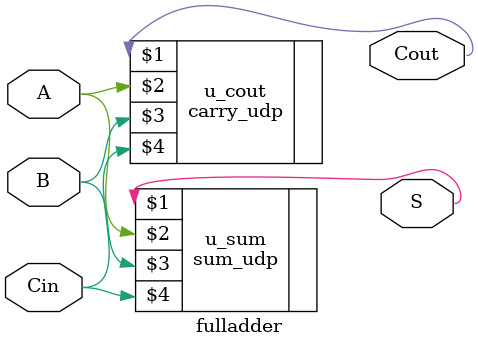
<source format=v>
module fulladder(A,B,Cin,S,Cout);
  input A,B,Cin;
  output S,Cout;

  // Logic design of full adder using basic gates
  /*assign S = A ^ B ^ Cin;
  assign Cout = (Cin & (A ^ B)) | (A & B);*/

  // Using UDPs to design full adder by instantiating the UDPs for sum and carry out
  sum_udp u_sum(S,A,B,Cin);
  carry_udp u_cout(Cout,A,B,Cin);
endmodule
</source>
